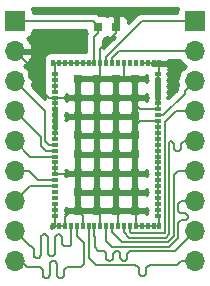
<source format=gbr>
G04 #@! TF.GenerationSoftware,KiCad,Pcbnew,(5.1.4-0)*
G04 #@! TF.CreationDate,2021-01-28T22:10:56-05:00*
G04 #@! TF.ProjectId,coral_breakout,636f7261-6c5f-4627-9265-616b6f75742e,rev?*
G04 #@! TF.SameCoordinates,Original*
G04 #@! TF.FileFunction,Copper,L1,Top*
G04 #@! TF.FilePolarity,Positive*
%FSLAX46Y46*%
G04 Gerber Fmt 4.6, Leading zero omitted, Abs format (unit mm)*
G04 Created by KiCad (PCBNEW (5.1.4-0)) date 2021-01-28 22:10:56*
%MOMM*%
%LPD*%
G04 APERTURE LIST*
%ADD10R,1.700000X1.700000*%
%ADD11O,1.700000X1.700000*%
%ADD12R,0.800000X0.800000*%
%ADD13R,0.600000X0.300000*%
%ADD14R,0.300000X0.600000*%
%ADD15R,0.800000X0.750000*%
%ADD16C,0.177800*%
%ADD17C,0.254000*%
G04 APERTURE END LIST*
D10*
X147320000Y-86360000D03*
D11*
X147320000Y-88900000D03*
X147320000Y-91440000D03*
X147320000Y-93980000D03*
X147320000Y-96520000D03*
X147320000Y-99060000D03*
X147320000Y-101600000D03*
X147320000Y-104140000D03*
X147320000Y-106680000D03*
D10*
X132080000Y-86360000D03*
D11*
X132080000Y-88900000D03*
X132080000Y-91440000D03*
X132080000Y-93980000D03*
X132080000Y-96520000D03*
X132080000Y-99060000D03*
X132080000Y-101600000D03*
X132080000Y-104140000D03*
X132080000Y-106680000D03*
D12*
X137404000Y-91224800D03*
X139004000Y-91224800D03*
X140604000Y-91224800D03*
X142204000Y-91224800D03*
X142204000Y-92824800D03*
X140604000Y-92824800D03*
X139004000Y-92824800D03*
X137404000Y-92824800D03*
X137404000Y-94424800D03*
X139004000Y-94424800D03*
X140604000Y-94424800D03*
X142204000Y-94424800D03*
X142204000Y-96024800D03*
X140604000Y-96024800D03*
X139004000Y-96024800D03*
X137404000Y-96024800D03*
X137404000Y-97624800D03*
X139004000Y-97624800D03*
X140604000Y-97624800D03*
X142204000Y-97624800D03*
X142204000Y-99224800D03*
X140604000Y-99224800D03*
X139004000Y-99224800D03*
X137404000Y-99224800D03*
X137404000Y-100824800D03*
X139004000Y-100824800D03*
X140604000Y-100824800D03*
X142204000Y-100824800D03*
X142204000Y-102424800D03*
X140604000Y-102424800D03*
X139004000Y-102424800D03*
X137404000Y-102424800D03*
D13*
X135454000Y-102824800D03*
X135454000Y-102324800D03*
X135454000Y-101824800D03*
X135454000Y-101324800D03*
X135454000Y-100824800D03*
X135454000Y-100324800D03*
X135454000Y-99824800D03*
X135454000Y-99324800D03*
X135454000Y-98824800D03*
X135454000Y-98324800D03*
X135454000Y-97824800D03*
X135454000Y-97324800D03*
X135454000Y-96824800D03*
X135454000Y-96324800D03*
X135454000Y-95824800D03*
X135454000Y-95324800D03*
X135454000Y-94824800D03*
X135454000Y-94324800D03*
X135454000Y-93824800D03*
X135454000Y-93324800D03*
X135454000Y-92824800D03*
X135454000Y-92324800D03*
X135454000Y-91824800D03*
X135454000Y-91324800D03*
X135454000Y-90824800D03*
D14*
X135304000Y-89924800D03*
X135804000Y-89924800D03*
X136304000Y-89924800D03*
X136804000Y-89924800D03*
X137304000Y-89924800D03*
X137804000Y-89924800D03*
X138304000Y-89924800D03*
X138804000Y-89924800D03*
X139304000Y-89924800D03*
X139804000Y-89924800D03*
X140304000Y-89924800D03*
X140804000Y-89924800D03*
X141304000Y-89924800D03*
X141804000Y-89924800D03*
X142304000Y-89924800D03*
X142804000Y-89924800D03*
X143304000Y-89924800D03*
X143804000Y-89924800D03*
X144304000Y-89924800D03*
D13*
X144154000Y-90824800D03*
X144154000Y-91324800D03*
X144154000Y-91824800D03*
X144154000Y-92324800D03*
X144154000Y-92824800D03*
X144154000Y-93324800D03*
X144154000Y-93824800D03*
X144154000Y-94324800D03*
X144154000Y-94824800D03*
X144154000Y-95324800D03*
X144154000Y-95824800D03*
X144154000Y-96324800D03*
X144154000Y-96824800D03*
X144154000Y-97324800D03*
X144154000Y-97824800D03*
X144154000Y-98324800D03*
X144154000Y-98824800D03*
X144154000Y-99324800D03*
X144154000Y-99824800D03*
X144154000Y-100324800D03*
X144154000Y-100824800D03*
X144154000Y-101324800D03*
X144154000Y-101824800D03*
X144154000Y-102324800D03*
X144154000Y-102824800D03*
D14*
X144304000Y-103724800D03*
X143804000Y-103724800D03*
X143304000Y-103724800D03*
X142804000Y-103724800D03*
X142304000Y-103724800D03*
X141804000Y-103724800D03*
X141304000Y-103724800D03*
X140804000Y-103724800D03*
X140304000Y-103724800D03*
X139804000Y-103724800D03*
X139304000Y-103724800D03*
X138804000Y-103724800D03*
X138304000Y-103724800D03*
X137804000Y-103724800D03*
X137304000Y-103724800D03*
X136804000Y-103724800D03*
X136304000Y-103724800D03*
X135804000Y-103724800D03*
X135304000Y-103724800D03*
D15*
X140627800Y-86817200D03*
X139127800Y-86817200D03*
D16*
X140804000Y-102624800D02*
X140604000Y-102424800D01*
X140804000Y-103724800D02*
X140804000Y-102624800D01*
X139304000Y-102724800D02*
X139004000Y-102424800D01*
X139304000Y-103724800D02*
X139304000Y-102724800D01*
X137804000Y-102824800D02*
X137404000Y-102424800D01*
X137804000Y-103724800D02*
X137804000Y-102824800D01*
X135454000Y-101824800D02*
X135454000Y-102824800D01*
X135454000Y-103574800D02*
X135304000Y-103724800D01*
X135454000Y-102824800D02*
X135454000Y-103574800D01*
X135304000Y-103724800D02*
X136304000Y-103724800D01*
X136826200Y-102424800D02*
X137404000Y-102424800D01*
X136304000Y-102947000D02*
X136826200Y-102424800D01*
X136304000Y-103724800D02*
X136304000Y-102947000D01*
X139004000Y-102424800D02*
X137404000Y-102424800D01*
X140604000Y-102424800D02*
X139004000Y-102424800D01*
X142204000Y-102424800D02*
X140604000Y-102424800D01*
X142304000Y-102524800D02*
X142304000Y-103724800D01*
X142204000Y-102424800D02*
X142304000Y-102524800D01*
X142304000Y-103724800D02*
X144304000Y-103724800D01*
X144304000Y-102974800D02*
X144154000Y-102824800D01*
X144304000Y-103724800D02*
X144304000Y-102974800D01*
X144154000Y-102824800D02*
X144154000Y-94824800D01*
X142204000Y-100824800D02*
X142204000Y-102424800D01*
X137404000Y-100824800D02*
X137404000Y-102424800D01*
X137404000Y-100824800D02*
X137404000Y-99224800D01*
X142204000Y-100824800D02*
X142204000Y-99224800D01*
X142204000Y-91224800D02*
X137404000Y-91224800D01*
X137404000Y-91224800D02*
X137404000Y-99224800D01*
X139004000Y-100824800D02*
X140604000Y-100824800D01*
X140604000Y-100824800D02*
X140604000Y-92824800D01*
X140604000Y-92824800D02*
X139004000Y-92824800D01*
X139004000Y-92824800D02*
X139004000Y-100824800D01*
X140604000Y-102424800D02*
X140604000Y-100824800D01*
X139004000Y-102424800D02*
X139004000Y-100824800D01*
X139004000Y-100824800D02*
X137404000Y-100824800D01*
X142204000Y-100824800D02*
X140604000Y-100824800D01*
X142204000Y-99224800D02*
X140604000Y-99224800D01*
X140604000Y-99224800D02*
X139004000Y-99224800D01*
X139004000Y-99224800D02*
X137404000Y-99224800D01*
X139004000Y-97624800D02*
X137404000Y-97624800D01*
X140604000Y-97624800D02*
X139004000Y-97624800D01*
X142204000Y-97624800D02*
X140604000Y-97624800D01*
X142204000Y-96024800D02*
X140604000Y-96024800D01*
X140604000Y-96024800D02*
X139004000Y-96024800D01*
X139004000Y-96024800D02*
X137404000Y-96024800D01*
X142204000Y-94424800D02*
X137404000Y-94424800D01*
X142204000Y-92824800D02*
X137404000Y-92824800D01*
X139004000Y-91224800D02*
X139004000Y-92824800D01*
X140604000Y-91224800D02*
X140604000Y-92824800D01*
X135454000Y-96324800D02*
X135454000Y-93036000D01*
X137404000Y-92824800D02*
X135454000Y-92824800D01*
X133218901Y-91067501D02*
X133218901Y-90038901D01*
X132929999Y-89749999D02*
X132080000Y-88900000D01*
X133218901Y-90038901D02*
X132929999Y-89749999D01*
X134976200Y-92824800D02*
X133218901Y-91067501D01*
X135454000Y-92824800D02*
X134976200Y-92824800D01*
X139304000Y-90924800D02*
X139004000Y-91224800D01*
X139304000Y-89924800D02*
X139304000Y-90924800D01*
X141181800Y-91224800D02*
X140604000Y-91224800D01*
X141304000Y-91102600D02*
X141181800Y-91224800D01*
X141304000Y-89924800D02*
X141304000Y-91102600D01*
X142804000Y-89924800D02*
X144304000Y-89924800D01*
X144304000Y-90674800D02*
X144154000Y-90824800D01*
X144304000Y-89924800D02*
X144304000Y-90674800D01*
X144154000Y-90824800D02*
X144154000Y-93824800D01*
X142204000Y-93402600D02*
X142204000Y-92824800D01*
X142626200Y-93824800D02*
X142204000Y-93402600D01*
X144154000Y-93824800D02*
X142626200Y-93824800D01*
X142665200Y-94824800D02*
X142204000Y-95286000D01*
X144154000Y-94824800D02*
X142665200Y-94824800D01*
X142204000Y-95286000D02*
X142204000Y-91224800D01*
X142204000Y-99224800D02*
X142204000Y-95286000D01*
X139304000Y-88693800D02*
X139304000Y-89447000D01*
X140627800Y-87370000D02*
X139304000Y-88693800D01*
X139304000Y-89447000D02*
X139304000Y-89924800D01*
X140627800Y-86817200D02*
X140627800Y-87370000D01*
X135454000Y-92824800D02*
X135454000Y-93324800D01*
X135454000Y-98324800D02*
X135454000Y-99324800D01*
X137304000Y-99324800D02*
X137404000Y-99224800D01*
X135454000Y-99324800D02*
X137304000Y-99324800D01*
X138670600Y-86360000D02*
X139127800Y-86817200D01*
X132080000Y-86360000D02*
X138670600Y-86360000D01*
X139127800Y-87370000D02*
X138804000Y-87693800D01*
X138804000Y-89447000D02*
X138804000Y-89924800D01*
X138804000Y-87693800D02*
X138804000Y-89447000D01*
X139127800Y-86817200D02*
X139127800Y-87370000D01*
X138804000Y-89924800D02*
X135304000Y-89924800D01*
X135454000Y-92324800D02*
X135454000Y-90824800D01*
X135454000Y-90074800D02*
X135304000Y-89924800D01*
X135454000Y-90824800D02*
X135454000Y-90074800D01*
X146437200Y-96520000D02*
X147320000Y-96520000D01*
X146370443Y-96527521D02*
X146437200Y-96520000D01*
X146250153Y-96585450D02*
X146307034Y-96549709D01*
X146202650Y-96632953D02*
X146250153Y-96585450D01*
X146166909Y-96689834D02*
X146202650Y-96632953D01*
X146144721Y-96753243D02*
X146166909Y-96689834D01*
X146137200Y-96820000D02*
X146144721Y-96753243D01*
X146129678Y-97116300D02*
X146137200Y-97049544D01*
X146107490Y-97179709D02*
X146129678Y-97116300D01*
X146071749Y-97236590D02*
X146107490Y-97179709D01*
X146024246Y-97284093D02*
X146071749Y-97236590D01*
X145967365Y-97319834D02*
X146024246Y-97284093D01*
X145903956Y-97342022D02*
X145967365Y-97319834D01*
X146307034Y-96549709D02*
X146370443Y-96527521D01*
X145837200Y-97349544D02*
X145903956Y-97342022D01*
X145120711Y-104412415D02*
X145120711Y-96636489D01*
X145770443Y-97342022D02*
X145837200Y-97349544D01*
X145602650Y-97236590D02*
X145650153Y-97284093D01*
X145566909Y-97179709D02*
X145602650Y-97236590D01*
X145544721Y-97116300D02*
X145566909Y-97179709D01*
X145537200Y-97049544D02*
X145544721Y-97116300D01*
X145424246Y-96585450D02*
X145471749Y-96632953D01*
X145367365Y-96549709D02*
X145424246Y-96585450D01*
X145529678Y-96753243D02*
X145537200Y-96820000D01*
X145471749Y-96632953D02*
X145507490Y-96689834D01*
X145303956Y-96527521D02*
X145367365Y-96549709D01*
X145650153Y-97284093D02*
X145707034Y-97319834D01*
X141304000Y-103724800D02*
X141304000Y-104236904D01*
X141758607Y-104691511D02*
X144841616Y-104691510D01*
X145707034Y-97319834D02*
X145770443Y-97342022D01*
X146137200Y-97049544D02*
X146137200Y-96820000D01*
X145537200Y-96820000D02*
X145537200Y-97049544D01*
X144841616Y-104691510D02*
X145120711Y-104412415D01*
X145237200Y-96520000D02*
X145303956Y-96527521D01*
X145507490Y-96689834D02*
X145529678Y-96753243D01*
X141304000Y-104236904D02*
X141758607Y-104691511D01*
X145120711Y-96636489D02*
X145237200Y-96520000D01*
X145669000Y-93980000D02*
X147320000Y-93980000D01*
X144742901Y-94906099D02*
X145669000Y-93980000D01*
X141804000Y-103724800D02*
X141804000Y-104202600D01*
X144685121Y-104313701D02*
X144742901Y-104255921D01*
X144742901Y-104255921D02*
X144742901Y-94906099D01*
X141915101Y-104313701D02*
X144685121Y-104313701D01*
X141804000Y-104202600D02*
X141915101Y-104313701D01*
X133355200Y-100324800D02*
X135454000Y-100324800D01*
X132080000Y-101600000D02*
X133355200Y-100324800D01*
X134976200Y-99824800D02*
X135454000Y-99824800D01*
X134046881Y-99824800D02*
X134976200Y-99824800D01*
X133282081Y-99060000D02*
X134046881Y-99824800D01*
X132080000Y-99060000D02*
X133282081Y-99060000D01*
X133384800Y-97824800D02*
X135454000Y-97824800D01*
X132080000Y-96520000D02*
X133384800Y-97824800D01*
X134242190Y-96904190D02*
X134662800Y-97324800D01*
X134662800Y-97324800D02*
X135454000Y-97324800D01*
X134242190Y-96142190D02*
X134242190Y-96904190D01*
X132080000Y-93980000D02*
X134242190Y-96142190D01*
X134620000Y-96520000D02*
X134924800Y-96824800D01*
X134924800Y-96824800D02*
X135454000Y-96824800D01*
X134620000Y-93980000D02*
X134620000Y-96520000D01*
X132080000Y-91440000D02*
X134620000Y-93980000D01*
X139804000Y-89447000D02*
X139804000Y-89924800D01*
X139804000Y-89412696D02*
X139804000Y-89447000D01*
X142856696Y-86360000D02*
X139804000Y-89412696D01*
X147320000Y-86360000D02*
X142856696Y-86360000D01*
X140304000Y-89447000D02*
X140304000Y-89924800D01*
X140851000Y-88900000D02*
X140304000Y-89447000D01*
X147320000Y-88900000D02*
X140851000Y-88900000D01*
X144631800Y-94324800D02*
X144154000Y-94324800D01*
X146470001Y-92486599D02*
X144631800Y-94324800D01*
X146470001Y-92289999D02*
X146470001Y-92486599D01*
X147320000Y-91440000D02*
X146470001Y-92289999D01*
X141170719Y-105069319D02*
X144998111Y-105069319D01*
X140304000Y-104202600D02*
X141170719Y-105069319D01*
X144998111Y-105069319D02*
X145498521Y-104568909D01*
X140304000Y-103724800D02*
X140304000Y-104202600D01*
X145498521Y-104568909D02*
X145498521Y-99408279D01*
X145846800Y-99060000D02*
X147320000Y-99060000D01*
X145498521Y-99408279D02*
X145846800Y-99060000D01*
X140270528Y-105447128D02*
X139804000Y-104980600D01*
X145154606Y-105447128D02*
X140270528Y-105447128D01*
X145883853Y-103448574D02*
X145876331Y-103515331D01*
X145941782Y-103328284D02*
X145906041Y-103385165D01*
X145906041Y-103385165D02*
X145883853Y-103448574D01*
X146109575Y-103222852D02*
X146046166Y-103245040D01*
X146176331Y-103215331D02*
X146109575Y-103222852D01*
X146394642Y-103215331D02*
X146176331Y-103215331D01*
X146581689Y-103149880D02*
X146524808Y-103185621D01*
X146664933Y-103045496D02*
X146629192Y-103102377D01*
X146687121Y-102982087D02*
X146664933Y-103045496D01*
X146046166Y-102585621D02*
X146109575Y-102607809D01*
X146687121Y-102848574D02*
X146694642Y-102915331D01*
X146581689Y-102680781D02*
X146629192Y-102728284D01*
X146629192Y-103102377D02*
X146581689Y-103149880D01*
X146629192Y-102728284D02*
X146664933Y-102785165D01*
X146461399Y-102622852D02*
X146524808Y-102645040D01*
X146176331Y-102615331D02*
X146394642Y-102615331D01*
X145989285Y-102549880D02*
X146046166Y-102585621D01*
X145876331Y-103515331D02*
X145876331Y-104725403D01*
X146694642Y-102915331D02*
X146687121Y-102982087D01*
X145941782Y-102502377D02*
X145989285Y-102549880D01*
X146394642Y-102615331D02*
X146461399Y-102622852D01*
X145906041Y-102445496D02*
X145941782Y-102502377D01*
X139804000Y-104980600D02*
X139804000Y-103724800D01*
X145876331Y-102315331D02*
X145883853Y-102382087D01*
X145883853Y-102382087D02*
X145906041Y-102445496D01*
X146664933Y-102785165D02*
X146687121Y-102848574D01*
X146524808Y-103185621D02*
X146461399Y-103207809D01*
X145876331Y-101841588D02*
X145876331Y-102315331D01*
X146524808Y-102645040D02*
X146581689Y-102680781D01*
X145876331Y-104725403D02*
X145154606Y-105447128D01*
X146046166Y-103245040D02*
X145989285Y-103280781D01*
X147320000Y-101600000D02*
X146117919Y-101600000D01*
X145989285Y-103280781D02*
X145941782Y-103328284D01*
X146461399Y-103207809D02*
X146394642Y-103215331D01*
X146109575Y-102607809D02*
X146176331Y-102615331D01*
X146117919Y-101600000D02*
X145876331Y-101841588D01*
X145635062Y-105824938D02*
X146470001Y-104989999D01*
X141888262Y-105824938D02*
X145635062Y-105824938D01*
X141821505Y-105832459D02*
X141888262Y-105824938D01*
X141758096Y-105854647D02*
X141821505Y-105832459D01*
X141617971Y-105994772D02*
X141653712Y-105937891D01*
X141595783Y-106058181D02*
X141617971Y-105994772D01*
X141588262Y-106344214D02*
X141588262Y-106124938D01*
X141701215Y-105890388D02*
X141758096Y-105854647D01*
X141580740Y-106410970D02*
X141588262Y-106344214D01*
X146470001Y-104989999D02*
X147320000Y-104140000D01*
X141558552Y-106474379D02*
X141580740Y-106410970D01*
X141418427Y-106614504D02*
X141475308Y-106578763D01*
X141101215Y-106578763D02*
X141158096Y-106614504D01*
X140995783Y-106410970D02*
X141017971Y-106474379D01*
X138804000Y-104514904D02*
X138811000Y-104521904D01*
X140988262Y-106344214D02*
X140995783Y-106410970D01*
X141475308Y-106578763D02*
X141522811Y-106531260D01*
X140922811Y-105937891D02*
X140958552Y-105994772D01*
X140275308Y-106578763D02*
X140322811Y-106531260D01*
X140818427Y-105854647D02*
X140875308Y-105890388D01*
X140755018Y-105832459D02*
X140818427Y-105854647D01*
X140988262Y-106124938D02*
X140988262Y-106344214D01*
X141158096Y-106614504D02*
X141221505Y-106636692D01*
X139675308Y-105890388D02*
X139722811Y-105937891D01*
X140621505Y-105832459D02*
X140688262Y-105824938D01*
X140501215Y-105890388D02*
X140558096Y-105854647D01*
X141522811Y-106531260D02*
X141558552Y-106474379D01*
X140453712Y-105937891D02*
X140501215Y-105890388D01*
X139124338Y-105824938D02*
X139488262Y-105824938D01*
X140358552Y-106474379D02*
X140380740Y-106410970D01*
X140395783Y-106058181D02*
X140417971Y-105994772D01*
X140388262Y-106124938D02*
X140395783Y-106058181D01*
X140558096Y-105854647D02*
X140621505Y-105832459D01*
X140388262Y-106344214D02*
X140388262Y-106124938D01*
X139795783Y-106410970D02*
X139817971Y-106474379D01*
X140380740Y-106410970D02*
X140388262Y-106344214D01*
X140322811Y-106531260D02*
X140358552Y-106474379D01*
X140417971Y-105994772D02*
X140453712Y-105937891D01*
X141355018Y-106636692D02*
X141418427Y-106614504D01*
X141053712Y-106531260D02*
X141101215Y-106578763D01*
X139817971Y-106474379D02*
X139853712Y-106531260D01*
X139788262Y-106344214D02*
X139795783Y-106410970D01*
X140088262Y-106644214D02*
X140155018Y-106636692D01*
X138804000Y-103724800D02*
X138804000Y-104514904D01*
X140155018Y-106636692D02*
X140218427Y-106614504D01*
X139958096Y-106614504D02*
X140021505Y-106636692D01*
X141288262Y-106644214D02*
X141355018Y-106636692D01*
X139901215Y-106578763D02*
X139958096Y-106614504D01*
X141653712Y-105937891D02*
X141701215Y-105890388D01*
X139853712Y-106531260D02*
X139901215Y-106578763D01*
X139780740Y-106058181D02*
X139788262Y-106124938D01*
X141017971Y-106474379D02*
X141053712Y-106531260D01*
X140875308Y-105890388D02*
X140922811Y-105937891D01*
X141588262Y-106124938D02*
X141595783Y-106058181D01*
X140021505Y-106636692D02*
X140088262Y-106644214D01*
X139758552Y-105994772D02*
X139780740Y-106058181D01*
X139555018Y-105832459D02*
X139618427Y-105854647D01*
X139488262Y-105824938D02*
X139555018Y-105832459D01*
X139722811Y-105937891D02*
X139758552Y-105994772D01*
X140218427Y-106614504D02*
X140275308Y-106578763D01*
X139618427Y-105854647D02*
X139675308Y-105890388D01*
X138811000Y-104521904D02*
X138811000Y-105511600D01*
X141221505Y-106636692D02*
X141288262Y-106644214D01*
X140980740Y-106058181D02*
X140988262Y-106124938D01*
X139788262Y-106124938D02*
X139788262Y-106344214D01*
X138811000Y-105511600D02*
X139124338Y-105824938D01*
X140958552Y-105994772D02*
X140980740Y-106058181D01*
X140688262Y-105824938D02*
X140755018Y-105832459D01*
X143456013Y-107044987D02*
X145752932Y-107044987D01*
X143389256Y-107052508D02*
X143456013Y-107044987D01*
X143268966Y-107110437D02*
X143325847Y-107074696D01*
X143221463Y-107157940D02*
X143268966Y-107110437D01*
X143185722Y-107214821D02*
X143221463Y-107157940D01*
X143163534Y-107278230D02*
X143185722Y-107214821D01*
X143126303Y-107762160D02*
X143148491Y-107698751D01*
X142322769Y-107052508D02*
X142386178Y-107074696D01*
X142668966Y-107866544D02*
X142725847Y-107902285D01*
X143090562Y-107819041D02*
X143126303Y-107762160D01*
X142922769Y-107924473D02*
X142986178Y-107902285D01*
X142556013Y-107344987D02*
X142556013Y-107631995D01*
X142856013Y-107931995D02*
X142922769Y-107924473D01*
X143043059Y-107866544D02*
X143090562Y-107819041D01*
X142621463Y-107819041D02*
X142668966Y-107866544D01*
X142585722Y-107762160D02*
X142621463Y-107819041D01*
X142986178Y-107902285D02*
X143043059Y-107866544D01*
X142563534Y-107698751D02*
X142585722Y-107762160D01*
X142443059Y-107110437D02*
X142490562Y-107157940D01*
X145752932Y-107044987D02*
X146117919Y-106680000D01*
X142526303Y-107214821D02*
X142548491Y-107278230D01*
X143156013Y-107631995D02*
X143156013Y-107344987D01*
X142789256Y-107924473D02*
X142856013Y-107931995D01*
X142386178Y-107074696D02*
X142443059Y-107110437D01*
X142556013Y-107631995D02*
X142563534Y-107698751D01*
X138304000Y-106401600D02*
X138947387Y-107044987D01*
X142256013Y-107044987D02*
X142322769Y-107052508D01*
X142548491Y-107278230D02*
X142556013Y-107344987D01*
X138947387Y-107044987D02*
X142256013Y-107044987D01*
X143148491Y-107698751D02*
X143156013Y-107631995D01*
X142490562Y-107157940D02*
X142526303Y-107214821D01*
X146117919Y-106680000D02*
X147320000Y-106680000D01*
X143156013Y-107344987D02*
X143163534Y-107278230D01*
X142725847Y-107902285D02*
X142789256Y-107924473D01*
X143325847Y-107074696D02*
X143389256Y-107052508D01*
X138304000Y-103724800D02*
X138304000Y-106401600D01*
X137304000Y-104538000D02*
X137304000Y-103724800D01*
X137668000Y-107188000D02*
X137922000Y-106934000D01*
X136512000Y-107188000D02*
X137668000Y-107188000D01*
X136445243Y-107195521D02*
X136512000Y-107188000D01*
X136381834Y-107217709D02*
X136445243Y-107195521D01*
X136219521Y-107421243D02*
X136241709Y-107357834D01*
X136241709Y-107357834D02*
X136277450Y-107300953D01*
X136212000Y-107488000D02*
X136219521Y-107421243D01*
X136324953Y-107253450D02*
X136381834Y-107217709D01*
X136204478Y-107881268D02*
X136212000Y-107814512D01*
X136182290Y-107944677D02*
X136204478Y-107881268D01*
X136146549Y-108001558D02*
X136182290Y-107944677D01*
X135978756Y-108106990D02*
X136042165Y-108084802D01*
X135111118Y-106718923D02*
X135161033Y-106687559D01*
X135677450Y-108001558D02*
X135724953Y-108049061D01*
X135619521Y-107881268D02*
X135641709Y-107944677D01*
X135641709Y-107944677D02*
X135677450Y-108001558D01*
X135605399Y-106866165D02*
X135612000Y-106924744D01*
X134112000Y-107188000D02*
X134178756Y-107195521D01*
X135554565Y-106760607D02*
X135585929Y-106810522D01*
X135912000Y-108114512D02*
X135978756Y-108106990D01*
X134404478Y-107421243D02*
X134412000Y-107488000D01*
X135512881Y-106718923D02*
X135554565Y-106760607D01*
X137922000Y-105156000D02*
X137304000Y-104538000D01*
X135612000Y-106924744D02*
X135612000Y-107814512D01*
X134382290Y-107357834D02*
X134404478Y-107421243D01*
X135462966Y-106687559D02*
X135512881Y-106718923D01*
X135845243Y-108106990D02*
X135912000Y-108114512D01*
X135348744Y-106661488D02*
X135407323Y-106668089D01*
X135161033Y-106687559D02*
X135216676Y-106668089D01*
X135038070Y-106810522D02*
X135069434Y-106760607D01*
X135012000Y-106924744D02*
X135018600Y-106866165D01*
X134178756Y-107195521D02*
X134242165Y-107217709D01*
X134778756Y-108106990D02*
X134842165Y-108084802D01*
X134419521Y-107881268D02*
X134441709Y-107944677D01*
X135612000Y-107814512D02*
X135619521Y-107881268D01*
X134477450Y-108001558D02*
X134524953Y-108049061D01*
X134645243Y-108106990D02*
X134712000Y-108114512D01*
X135275256Y-106661488D02*
X135348744Y-106661488D01*
X135585929Y-106810522D02*
X135605399Y-106866165D01*
X137922000Y-106934000D02*
X137922000Y-105156000D01*
X135018600Y-106866165D02*
X135038070Y-106810522D01*
X134299046Y-107253450D02*
X134346549Y-107300953D01*
X134441709Y-107944677D02*
X134477450Y-108001558D01*
X135407323Y-106668089D02*
X135462966Y-106687559D01*
X135012000Y-107814512D02*
X135012000Y-106924744D01*
X136212000Y-107814512D02*
X136212000Y-107488000D01*
X134842165Y-108084802D02*
X134899046Y-108049061D01*
X135781834Y-108084802D02*
X135845243Y-108106990D01*
X134899046Y-108049061D02*
X134946549Y-108001558D01*
X134412000Y-107814512D02*
X134419521Y-107881268D01*
X136042165Y-108084802D02*
X136099046Y-108049061D01*
X134412000Y-107488000D02*
X134412000Y-107814512D01*
X136277450Y-107300953D02*
X136324953Y-107253450D01*
X135724953Y-108049061D02*
X135781834Y-108084802D01*
X134712000Y-108114512D02*
X134778756Y-108106990D01*
X134946549Y-108001558D02*
X134982290Y-107944677D01*
X134581834Y-108084802D02*
X134645243Y-108106990D01*
X134242165Y-107217709D02*
X134299046Y-107253450D01*
X134982290Y-107944677D02*
X135004478Y-107881268D01*
X135004478Y-107881268D02*
X135012000Y-107814512D01*
X135216676Y-106668089D02*
X135275256Y-106661488D01*
X135069434Y-106760607D02*
X135111118Y-106718923D01*
X136099046Y-108049061D02*
X136146549Y-108001558D01*
X132080000Y-106680000D02*
X132588000Y-106680000D01*
X133096000Y-107188000D02*
X134112000Y-107188000D01*
X134346549Y-107300953D02*
X134382290Y-107357834D01*
X134524953Y-108049061D02*
X134581834Y-108084802D01*
X132588000Y-106680000D02*
X133096000Y-107188000D01*
X132080000Y-104140000D02*
X132791200Y-104140000D01*
X136804000Y-104202600D02*
X136804000Y-103724800D01*
X136702800Y-105410000D02*
X136804400Y-105308400D01*
X136162953Y-105344550D02*
X136219834Y-105380291D01*
X136115450Y-105297047D02*
X136162953Y-105344550D01*
X136057521Y-105176757D02*
X136079709Y-105240166D01*
X136042478Y-104643244D02*
X136050000Y-104710000D01*
X136020290Y-104579835D02*
X136042478Y-104643244D01*
X135880165Y-104439710D02*
X135937046Y-104475451D01*
X135750000Y-104410000D02*
X135816756Y-104417522D01*
X135683243Y-104417522D02*
X135750000Y-104410000D01*
X136283243Y-105402479D02*
X136350000Y-105410000D01*
X135562953Y-104475451D02*
X135619834Y-104439710D01*
X135984549Y-104522954D02*
X136020290Y-104579835D01*
X135515450Y-104522954D02*
X135562953Y-104475451D01*
X135479709Y-104579835D02*
X135515450Y-104522954D01*
X136079709Y-105240166D02*
X136115450Y-105297047D01*
X135457521Y-104643244D02*
X135479709Y-104579835D01*
X136350000Y-105410000D02*
X136702800Y-105410000D01*
X135450000Y-104710000D02*
X135457521Y-104643244D01*
X135450000Y-105960000D02*
X135450000Y-104710000D01*
X135420290Y-106090165D02*
X135442478Y-106026756D01*
X135384549Y-106147046D02*
X135420290Y-106090165D01*
X136219834Y-105380291D02*
X136283243Y-105402479D01*
X135337046Y-106194549D02*
X135384549Y-106147046D01*
X134962953Y-106194549D02*
X135019834Y-106230290D01*
X134279709Y-104579835D02*
X134315450Y-104522954D01*
X134850000Y-104710000D02*
X134850000Y-105960000D01*
X134842478Y-104643244D02*
X134850000Y-104710000D01*
X134680165Y-104439710D02*
X134737046Y-104475451D01*
X134820290Y-104579835D02*
X134842478Y-104643244D01*
X134784549Y-104522954D02*
X134820290Y-104579835D01*
X134616756Y-104417522D02*
X134680165Y-104439710D01*
X134737046Y-104475451D02*
X134784549Y-104522954D01*
X134550000Y-104410000D02*
X134616756Y-104417522D01*
X136804400Y-105308400D02*
X136804400Y-104203000D01*
X133416756Y-105417521D02*
X133480165Y-105439709D01*
X135083243Y-106252478D02*
X135150000Y-106260000D01*
X135280165Y-106230290D02*
X135337046Y-106194549D01*
X134362953Y-104475451D02*
X134419834Y-104439710D01*
X134250000Y-106110000D02*
X134250000Y-104710000D01*
X134483243Y-104417522D02*
X134550000Y-104410000D01*
X133819834Y-106380290D02*
X133883243Y-106402478D01*
X134419834Y-104439710D02*
X134483243Y-104417522D01*
X134257521Y-104643244D02*
X134279709Y-104579835D01*
X134242478Y-106176756D02*
X134250000Y-106110000D01*
X135150000Y-106260000D02*
X135216756Y-106252478D01*
X133679709Y-106240165D02*
X133715450Y-106297046D01*
X135937046Y-104475451D02*
X135984549Y-104522954D01*
X135816756Y-104417522D02*
X135880165Y-104439710D01*
X135619834Y-104439710D02*
X135683243Y-104417522D01*
X134915450Y-106147046D02*
X134962953Y-106194549D01*
X134080165Y-106380290D02*
X134137046Y-106344549D01*
X133950000Y-106410000D02*
X134016756Y-106402478D01*
X133883243Y-106402478D02*
X133950000Y-106410000D01*
X134016756Y-106402478D02*
X134080165Y-106380290D01*
X133715450Y-106297046D02*
X133762953Y-106344549D01*
X133620290Y-105579834D02*
X133642478Y-105643243D01*
X133584549Y-105522953D02*
X133620290Y-105579834D01*
X133650000Y-105710000D02*
X133650000Y-106110000D01*
X133657521Y-106176756D02*
X133679709Y-106240165D01*
X133650000Y-106110000D02*
X133657521Y-106176756D01*
X134137046Y-106344549D02*
X134184549Y-106297046D01*
X134220290Y-106240165D02*
X134242478Y-106176756D01*
X136804400Y-104203000D02*
X136804000Y-104202600D01*
X135216756Y-106252478D02*
X135280165Y-106230290D01*
X134850000Y-105960000D02*
X134857521Y-106026756D01*
X134184549Y-106297046D02*
X134220290Y-106240165D01*
X134879709Y-106090165D02*
X134915450Y-106147046D01*
X133537046Y-105475450D02*
X133584549Y-105522953D01*
X136050000Y-105110000D02*
X136057521Y-105176757D01*
X136050000Y-104710000D02*
X136050000Y-105110000D01*
X133642478Y-105643243D02*
X133650000Y-105710000D01*
X133480165Y-105439709D02*
X133537046Y-105475450D01*
X133762953Y-106344549D02*
X133819834Y-106380290D01*
X134857521Y-106026756D02*
X134879709Y-106090165D01*
X134250000Y-104710000D02*
X134257521Y-104643244D01*
X134315450Y-104522954D02*
X134362953Y-104475451D01*
X132080000Y-104140000D02*
X133350000Y-105410000D01*
X135019834Y-106230290D02*
X135083243Y-106252478D01*
X135442478Y-106026756D02*
X135450000Y-105960000D01*
X133350000Y-105410000D02*
X133416756Y-105417521D01*
D17*
G36*
X135451000Y-103729360D02*
G01*
X135420190Y-103742631D01*
X135404707Y-103748049D01*
X135360425Y-103760137D01*
X135305700Y-103787443D01*
X135250258Y-103813191D01*
X135213206Y-103840270D01*
X135199302Y-103849006D01*
X135194076Y-103851800D01*
X135157000Y-103851800D01*
X135157000Y-103609231D01*
X135168250Y-103609800D01*
X135180250Y-103597800D01*
X135451000Y-103597800D01*
X135451000Y-103729360D01*
X135451000Y-103729360D01*
G37*
X135451000Y-103729360D02*
X135420190Y-103742631D01*
X135404707Y-103748049D01*
X135360425Y-103760137D01*
X135305700Y-103787443D01*
X135250258Y-103813191D01*
X135213206Y-103840270D01*
X135199302Y-103849006D01*
X135194076Y-103851800D01*
X135157000Y-103851800D01*
X135157000Y-103609231D01*
X135168250Y-103609800D01*
X135180250Y-103597800D01*
X135451000Y-103597800D01*
X135451000Y-103729360D01*
G36*
X143251601Y-90973949D02*
G01*
X143219000Y-91006550D01*
X143226902Y-91074800D01*
X143219000Y-91143050D01*
X143251601Y-91175651D01*
X143270968Y-91234049D01*
X143322517Y-91324800D01*
X143270968Y-91415551D01*
X143251601Y-91473949D01*
X143227000Y-91498550D01*
X143080250Y-91351800D01*
X142331000Y-91351800D01*
X142331000Y-92697800D01*
X143080250Y-92697800D01*
X143224448Y-92553602D01*
X143226902Y-92574800D01*
X143219000Y-92643050D01*
X143251601Y-92675651D01*
X143270968Y-92734049D01*
X143322517Y-92824800D01*
X143270968Y-92915551D01*
X143251601Y-92973949D01*
X143219000Y-93006550D01*
X143226902Y-93074800D01*
X143224448Y-93095998D01*
X143080250Y-92951800D01*
X142331000Y-92951800D01*
X142331000Y-94297800D01*
X142351000Y-94297800D01*
X142351000Y-94551800D01*
X142331000Y-94551800D01*
X142331000Y-95897800D01*
X142351000Y-95897800D01*
X142351000Y-96151800D01*
X142331000Y-96151800D01*
X142331000Y-97497800D01*
X142351000Y-97497800D01*
X142351000Y-97751800D01*
X142331000Y-97751800D01*
X142331000Y-99097800D01*
X143080250Y-99097800D01*
X143226248Y-98951802D01*
X143258946Y-98951802D01*
X143251601Y-98973949D01*
X143219000Y-99006550D01*
X143226902Y-99074800D01*
X143219000Y-99143050D01*
X143251601Y-99175651D01*
X143270968Y-99234049D01*
X143322517Y-99324800D01*
X143270968Y-99415551D01*
X143251601Y-99473949D01*
X143227000Y-99498550D01*
X143080250Y-99351800D01*
X142331000Y-99351800D01*
X142331000Y-100697800D01*
X143080250Y-100697800D01*
X143224448Y-100553602D01*
X143226902Y-100574800D01*
X143219000Y-100643050D01*
X143251601Y-100675651D01*
X143270968Y-100734049D01*
X143322517Y-100824800D01*
X143270968Y-100915551D01*
X143251601Y-100973949D01*
X143219000Y-101006550D01*
X143226902Y-101074800D01*
X143224448Y-101095998D01*
X143080250Y-100951800D01*
X142331000Y-100951800D01*
X142331000Y-102297800D01*
X143080250Y-102297800D01*
X143227000Y-102151050D01*
X143251601Y-102175651D01*
X143270968Y-102234049D01*
X143322517Y-102324800D01*
X143270968Y-102415551D01*
X143251601Y-102473949D01*
X143219000Y-102506550D01*
X143226902Y-102574800D01*
X143219000Y-102643050D01*
X143251601Y-102675651D01*
X143258946Y-102697798D01*
X143226248Y-102697798D01*
X143080250Y-102551800D01*
X142331000Y-102551800D01*
X142331000Y-102571800D01*
X142077000Y-102571800D01*
X142077000Y-102551800D01*
X140731000Y-102551800D01*
X140731000Y-102571800D01*
X140477000Y-102571800D01*
X140477000Y-102551800D01*
X139131000Y-102551800D01*
X139131000Y-102571800D01*
X138877000Y-102571800D01*
X138877000Y-102551800D01*
X137531000Y-102551800D01*
X137531000Y-102571800D01*
X137277000Y-102571800D01*
X137277000Y-102551800D01*
X136527750Y-102551800D01*
X136381752Y-102697798D01*
X136349054Y-102697798D01*
X136356399Y-102675651D01*
X136389000Y-102643050D01*
X136381098Y-102574800D01*
X136389000Y-102506550D01*
X136356399Y-102473949D01*
X136337032Y-102415551D01*
X136285483Y-102324800D01*
X136337032Y-102234049D01*
X136356399Y-102175651D01*
X136381000Y-102151050D01*
X136527750Y-102297800D01*
X137277000Y-102297800D01*
X137277000Y-100951800D01*
X137531000Y-100951800D01*
X137531000Y-102297800D01*
X138877000Y-102297800D01*
X138877000Y-100951800D01*
X139131000Y-100951800D01*
X139131000Y-102297800D01*
X140477000Y-102297800D01*
X140477000Y-100951800D01*
X140731000Y-100951800D01*
X140731000Y-102297800D01*
X142077000Y-102297800D01*
X142077000Y-100951800D01*
X140731000Y-100951800D01*
X140477000Y-100951800D01*
X139131000Y-100951800D01*
X138877000Y-100951800D01*
X137531000Y-100951800D01*
X137277000Y-100951800D01*
X137257000Y-100951800D01*
X137257000Y-100697800D01*
X137277000Y-100697800D01*
X137277000Y-99351800D01*
X137531000Y-99351800D01*
X137531000Y-100697800D01*
X138877000Y-100697800D01*
X138877000Y-99351800D01*
X139131000Y-99351800D01*
X139131000Y-100697800D01*
X140477000Y-100697800D01*
X140477000Y-99351800D01*
X140731000Y-99351800D01*
X140731000Y-100697800D01*
X142077000Y-100697800D01*
X142077000Y-99351800D01*
X140731000Y-99351800D01*
X140477000Y-99351800D01*
X139131000Y-99351800D01*
X138877000Y-99351800D01*
X137531000Y-99351800D01*
X137277000Y-99351800D01*
X136527750Y-99351800D01*
X136381000Y-99498550D01*
X136356753Y-99474303D01*
X136343502Y-99430620D01*
X136286233Y-99323480D01*
X136337032Y-99234049D01*
X136356399Y-99175651D01*
X136389000Y-99143050D01*
X136381098Y-99074800D01*
X136389000Y-99006550D01*
X136356399Y-98973949D01*
X136349054Y-98951802D01*
X136381752Y-98951802D01*
X136527750Y-99097800D01*
X137277000Y-99097800D01*
X137277000Y-97751800D01*
X137531000Y-97751800D01*
X137531000Y-99097800D01*
X138877000Y-99097800D01*
X138877000Y-97751800D01*
X139131000Y-97751800D01*
X139131000Y-99097800D01*
X140477000Y-99097800D01*
X140477000Y-97751800D01*
X140731000Y-97751800D01*
X140731000Y-99097800D01*
X142077000Y-99097800D01*
X142077000Y-97751800D01*
X140731000Y-97751800D01*
X140477000Y-97751800D01*
X139131000Y-97751800D01*
X138877000Y-97751800D01*
X137531000Y-97751800D01*
X137277000Y-97751800D01*
X137257000Y-97751800D01*
X137257000Y-97497800D01*
X137277000Y-97497800D01*
X137277000Y-96151800D01*
X137531000Y-96151800D01*
X137531000Y-97497800D01*
X138877000Y-97497800D01*
X138877000Y-96151800D01*
X139131000Y-96151800D01*
X139131000Y-97497800D01*
X140477000Y-97497800D01*
X140477000Y-96151800D01*
X140731000Y-96151800D01*
X140731000Y-97497800D01*
X142077000Y-97497800D01*
X142077000Y-96151800D01*
X140731000Y-96151800D01*
X140477000Y-96151800D01*
X139131000Y-96151800D01*
X138877000Y-96151800D01*
X137531000Y-96151800D01*
X137277000Y-96151800D01*
X137257000Y-96151800D01*
X137257000Y-95897800D01*
X137277000Y-95897800D01*
X137277000Y-94551800D01*
X137531000Y-94551800D01*
X137531000Y-95897800D01*
X138877000Y-95897800D01*
X138877000Y-94551800D01*
X139131000Y-94551800D01*
X139131000Y-95897800D01*
X140477000Y-95897800D01*
X140477000Y-94551800D01*
X140731000Y-94551800D01*
X140731000Y-95897800D01*
X142077000Y-95897800D01*
X142077000Y-94551800D01*
X140731000Y-94551800D01*
X140477000Y-94551800D01*
X139131000Y-94551800D01*
X138877000Y-94551800D01*
X137531000Y-94551800D01*
X137277000Y-94551800D01*
X136527750Y-94551800D01*
X136381752Y-94697798D01*
X136349054Y-94697798D01*
X136356399Y-94675651D01*
X136389000Y-94643050D01*
X136381098Y-94574800D01*
X136389000Y-94506550D01*
X136356399Y-94473949D01*
X136337032Y-94415551D01*
X136285483Y-94324800D01*
X136337032Y-94234049D01*
X136356399Y-94175651D01*
X136381000Y-94151050D01*
X136527750Y-94297800D01*
X137277000Y-94297800D01*
X137277000Y-92951800D01*
X137531000Y-92951800D01*
X137531000Y-94297800D01*
X138877000Y-94297800D01*
X138877000Y-92951800D01*
X139131000Y-92951800D01*
X139131000Y-94297800D01*
X140477000Y-94297800D01*
X140477000Y-92951800D01*
X140731000Y-92951800D01*
X140731000Y-94297800D01*
X142077000Y-94297800D01*
X142077000Y-92951800D01*
X140731000Y-92951800D01*
X140477000Y-92951800D01*
X139131000Y-92951800D01*
X138877000Y-92951800D01*
X137531000Y-92951800D01*
X137277000Y-92951800D01*
X136527750Y-92951800D01*
X136383552Y-93095998D01*
X136381098Y-93074800D01*
X136389000Y-93006550D01*
X136356399Y-92973949D01*
X136337032Y-92915551D01*
X136286233Y-92826120D01*
X136343502Y-92718980D01*
X136356753Y-92675297D01*
X136389000Y-92643050D01*
X136381706Y-92580052D01*
X136384243Y-92554293D01*
X136527750Y-92697800D01*
X137277000Y-92697800D01*
X137277000Y-91351800D01*
X137531000Y-91351800D01*
X137531000Y-92697800D01*
X138877000Y-92697800D01*
X138877000Y-91351800D01*
X139131000Y-91351800D01*
X139131000Y-92697800D01*
X140477000Y-92697800D01*
X140477000Y-91351800D01*
X140731000Y-91351800D01*
X140731000Y-92697800D01*
X142077000Y-92697800D01*
X142077000Y-91351800D01*
X140731000Y-91351800D01*
X140477000Y-91351800D01*
X139131000Y-91351800D01*
X138877000Y-91351800D01*
X137531000Y-91351800D01*
X137277000Y-91351800D01*
X137257000Y-91351800D01*
X137257000Y-91097800D01*
X137277000Y-91097800D01*
X137277000Y-91077800D01*
X137531000Y-91077800D01*
X137531000Y-91097800D01*
X138877000Y-91097800D01*
X138877000Y-91077800D01*
X139131000Y-91077800D01*
X139131000Y-91097800D01*
X140477000Y-91097800D01*
X140477000Y-91077800D01*
X140731000Y-91077800D01*
X140731000Y-91097800D01*
X142077000Y-91097800D01*
X142077000Y-91077800D01*
X142331000Y-91077800D01*
X142331000Y-91097800D01*
X143080250Y-91097800D01*
X143226248Y-90951802D01*
X143258946Y-90951802D01*
X143251601Y-90973949D01*
X143251601Y-90973949D01*
G37*
X143251601Y-90973949D02*
X143219000Y-91006550D01*
X143226902Y-91074800D01*
X143219000Y-91143050D01*
X143251601Y-91175651D01*
X143270968Y-91234049D01*
X143322517Y-91324800D01*
X143270968Y-91415551D01*
X143251601Y-91473949D01*
X143227000Y-91498550D01*
X143080250Y-91351800D01*
X142331000Y-91351800D01*
X142331000Y-92697800D01*
X143080250Y-92697800D01*
X143224448Y-92553602D01*
X143226902Y-92574800D01*
X143219000Y-92643050D01*
X143251601Y-92675651D01*
X143270968Y-92734049D01*
X143322517Y-92824800D01*
X143270968Y-92915551D01*
X143251601Y-92973949D01*
X143219000Y-93006550D01*
X143226902Y-93074800D01*
X143224448Y-93095998D01*
X143080250Y-92951800D01*
X142331000Y-92951800D01*
X142331000Y-94297800D01*
X142351000Y-94297800D01*
X142351000Y-94551800D01*
X142331000Y-94551800D01*
X142331000Y-95897800D01*
X142351000Y-95897800D01*
X142351000Y-96151800D01*
X142331000Y-96151800D01*
X142331000Y-97497800D01*
X142351000Y-97497800D01*
X142351000Y-97751800D01*
X142331000Y-97751800D01*
X142331000Y-99097800D01*
X143080250Y-99097800D01*
X143226248Y-98951802D01*
X143258946Y-98951802D01*
X143251601Y-98973949D01*
X143219000Y-99006550D01*
X143226902Y-99074800D01*
X143219000Y-99143050D01*
X143251601Y-99175651D01*
X143270968Y-99234049D01*
X143322517Y-99324800D01*
X143270968Y-99415551D01*
X143251601Y-99473949D01*
X143227000Y-99498550D01*
X143080250Y-99351800D01*
X142331000Y-99351800D01*
X142331000Y-100697800D01*
X143080250Y-100697800D01*
X143224448Y-100553602D01*
X143226902Y-100574800D01*
X143219000Y-100643050D01*
X143251601Y-100675651D01*
X143270968Y-100734049D01*
X143322517Y-100824800D01*
X143270968Y-100915551D01*
X143251601Y-100973949D01*
X143219000Y-101006550D01*
X143226902Y-101074800D01*
X143224448Y-101095998D01*
X143080250Y-100951800D01*
X142331000Y-100951800D01*
X142331000Y-102297800D01*
X143080250Y-102297800D01*
X143227000Y-102151050D01*
X143251601Y-102175651D01*
X143270968Y-102234049D01*
X143322517Y-102324800D01*
X143270968Y-102415551D01*
X143251601Y-102473949D01*
X143219000Y-102506550D01*
X143226902Y-102574800D01*
X143219000Y-102643050D01*
X143251601Y-102675651D01*
X143258946Y-102697798D01*
X143226248Y-102697798D01*
X143080250Y-102551800D01*
X142331000Y-102551800D01*
X142331000Y-102571800D01*
X142077000Y-102571800D01*
X142077000Y-102551800D01*
X140731000Y-102551800D01*
X140731000Y-102571800D01*
X140477000Y-102571800D01*
X140477000Y-102551800D01*
X139131000Y-102551800D01*
X139131000Y-102571800D01*
X138877000Y-102571800D01*
X138877000Y-102551800D01*
X137531000Y-102551800D01*
X137531000Y-102571800D01*
X137277000Y-102571800D01*
X137277000Y-102551800D01*
X136527750Y-102551800D01*
X136381752Y-102697798D01*
X136349054Y-102697798D01*
X136356399Y-102675651D01*
X136389000Y-102643050D01*
X136381098Y-102574800D01*
X136389000Y-102506550D01*
X136356399Y-102473949D01*
X136337032Y-102415551D01*
X136285483Y-102324800D01*
X136337032Y-102234049D01*
X136356399Y-102175651D01*
X136381000Y-102151050D01*
X136527750Y-102297800D01*
X137277000Y-102297800D01*
X137277000Y-100951800D01*
X137531000Y-100951800D01*
X137531000Y-102297800D01*
X138877000Y-102297800D01*
X138877000Y-100951800D01*
X139131000Y-100951800D01*
X139131000Y-102297800D01*
X140477000Y-102297800D01*
X140477000Y-100951800D01*
X140731000Y-100951800D01*
X140731000Y-102297800D01*
X142077000Y-102297800D01*
X142077000Y-100951800D01*
X140731000Y-100951800D01*
X140477000Y-100951800D01*
X139131000Y-100951800D01*
X138877000Y-100951800D01*
X137531000Y-100951800D01*
X137277000Y-100951800D01*
X137257000Y-100951800D01*
X137257000Y-100697800D01*
X137277000Y-100697800D01*
X137277000Y-99351800D01*
X137531000Y-99351800D01*
X137531000Y-100697800D01*
X138877000Y-100697800D01*
X138877000Y-99351800D01*
X139131000Y-99351800D01*
X139131000Y-100697800D01*
X140477000Y-100697800D01*
X140477000Y-99351800D01*
X140731000Y-99351800D01*
X140731000Y-100697800D01*
X142077000Y-100697800D01*
X142077000Y-99351800D01*
X140731000Y-99351800D01*
X140477000Y-99351800D01*
X139131000Y-99351800D01*
X138877000Y-99351800D01*
X137531000Y-99351800D01*
X137277000Y-99351800D01*
X136527750Y-99351800D01*
X136381000Y-99498550D01*
X136356753Y-99474303D01*
X136343502Y-99430620D01*
X136286233Y-99323480D01*
X136337032Y-99234049D01*
X136356399Y-99175651D01*
X136389000Y-99143050D01*
X136381098Y-99074800D01*
X136389000Y-99006550D01*
X136356399Y-98973949D01*
X136349054Y-98951802D01*
X136381752Y-98951802D01*
X136527750Y-99097800D01*
X137277000Y-99097800D01*
X137277000Y-97751800D01*
X137531000Y-97751800D01*
X137531000Y-99097800D01*
X138877000Y-99097800D01*
X138877000Y-97751800D01*
X139131000Y-97751800D01*
X139131000Y-99097800D01*
X140477000Y-99097800D01*
X140477000Y-97751800D01*
X140731000Y-97751800D01*
X140731000Y-99097800D01*
X142077000Y-99097800D01*
X142077000Y-97751800D01*
X140731000Y-97751800D01*
X140477000Y-97751800D01*
X139131000Y-97751800D01*
X138877000Y-97751800D01*
X137531000Y-97751800D01*
X137277000Y-97751800D01*
X137257000Y-97751800D01*
X137257000Y-97497800D01*
X137277000Y-97497800D01*
X137277000Y-96151800D01*
X137531000Y-96151800D01*
X137531000Y-97497800D01*
X138877000Y-97497800D01*
X138877000Y-96151800D01*
X139131000Y-96151800D01*
X139131000Y-97497800D01*
X140477000Y-97497800D01*
X140477000Y-96151800D01*
X140731000Y-96151800D01*
X140731000Y-97497800D01*
X142077000Y-97497800D01*
X142077000Y-96151800D01*
X140731000Y-96151800D01*
X140477000Y-96151800D01*
X139131000Y-96151800D01*
X138877000Y-96151800D01*
X137531000Y-96151800D01*
X137277000Y-96151800D01*
X137257000Y-96151800D01*
X137257000Y-95897800D01*
X137277000Y-95897800D01*
X137277000Y-94551800D01*
X137531000Y-94551800D01*
X137531000Y-95897800D01*
X138877000Y-95897800D01*
X138877000Y-94551800D01*
X139131000Y-94551800D01*
X139131000Y-95897800D01*
X140477000Y-95897800D01*
X140477000Y-94551800D01*
X140731000Y-94551800D01*
X140731000Y-95897800D01*
X142077000Y-95897800D01*
X142077000Y-94551800D01*
X140731000Y-94551800D01*
X140477000Y-94551800D01*
X139131000Y-94551800D01*
X138877000Y-94551800D01*
X137531000Y-94551800D01*
X137277000Y-94551800D01*
X136527750Y-94551800D01*
X136381752Y-94697798D01*
X136349054Y-94697798D01*
X136356399Y-94675651D01*
X136389000Y-94643050D01*
X136381098Y-94574800D01*
X136389000Y-94506550D01*
X136356399Y-94473949D01*
X136337032Y-94415551D01*
X136285483Y-94324800D01*
X136337032Y-94234049D01*
X136356399Y-94175651D01*
X136381000Y-94151050D01*
X136527750Y-94297800D01*
X137277000Y-94297800D01*
X137277000Y-92951800D01*
X137531000Y-92951800D01*
X137531000Y-94297800D01*
X138877000Y-94297800D01*
X138877000Y-92951800D01*
X139131000Y-92951800D01*
X139131000Y-94297800D01*
X140477000Y-94297800D01*
X140477000Y-92951800D01*
X140731000Y-92951800D01*
X140731000Y-94297800D01*
X142077000Y-94297800D01*
X142077000Y-92951800D01*
X140731000Y-92951800D01*
X140477000Y-92951800D01*
X139131000Y-92951800D01*
X138877000Y-92951800D01*
X137531000Y-92951800D01*
X137277000Y-92951800D01*
X136527750Y-92951800D01*
X136383552Y-93095998D01*
X136381098Y-93074800D01*
X136389000Y-93006550D01*
X136356399Y-92973949D01*
X136337032Y-92915551D01*
X136286233Y-92826120D01*
X136343502Y-92718980D01*
X136356753Y-92675297D01*
X136389000Y-92643050D01*
X136381706Y-92580052D01*
X136384243Y-92554293D01*
X136527750Y-92697800D01*
X137277000Y-92697800D01*
X137277000Y-91351800D01*
X137531000Y-91351800D01*
X137531000Y-92697800D01*
X138877000Y-92697800D01*
X138877000Y-91351800D01*
X139131000Y-91351800D01*
X139131000Y-92697800D01*
X140477000Y-92697800D01*
X140477000Y-91351800D01*
X140731000Y-91351800D01*
X140731000Y-92697800D01*
X142077000Y-92697800D01*
X142077000Y-91351800D01*
X140731000Y-91351800D01*
X140477000Y-91351800D01*
X139131000Y-91351800D01*
X138877000Y-91351800D01*
X137531000Y-91351800D01*
X137277000Y-91351800D01*
X137257000Y-91351800D01*
X137257000Y-91097800D01*
X137277000Y-91097800D01*
X137277000Y-91077800D01*
X137531000Y-91077800D01*
X137531000Y-91097800D01*
X138877000Y-91097800D01*
X138877000Y-91077800D01*
X139131000Y-91077800D01*
X139131000Y-91097800D01*
X140477000Y-91097800D01*
X140477000Y-91077800D01*
X140731000Y-91077800D01*
X140731000Y-91097800D01*
X142077000Y-91097800D01*
X142077000Y-91077800D01*
X142331000Y-91077800D01*
X142331000Y-91097800D01*
X143080250Y-91097800D01*
X143226248Y-90951802D01*
X143258946Y-90951802D01*
X143251601Y-90973949D01*
G36*
X135581000Y-95471800D02*
G01*
X135343900Y-95471800D01*
X135343900Y-94015547D01*
X135347401Y-93979999D01*
X135343900Y-93944451D01*
X135343900Y-93944444D01*
X135333425Y-93838091D01*
X135327000Y-93816910D01*
X135327000Y-93677800D01*
X135581000Y-93677800D01*
X135581000Y-95471800D01*
X135581000Y-95471800D01*
G37*
X135581000Y-95471800D02*
X135343900Y-95471800D01*
X135343900Y-94015547D01*
X135347401Y-93979999D01*
X135343900Y-93944451D01*
X135343900Y-93944444D01*
X135333425Y-93838091D01*
X135327000Y-93816910D01*
X135327000Y-93677800D01*
X135581000Y-93677800D01*
X135581000Y-95471800D01*
G36*
X144281000Y-92971800D02*
G01*
X144027000Y-92971800D01*
X144027000Y-91177800D01*
X144281000Y-91177800D01*
X144281000Y-92971800D01*
X144281000Y-92971800D01*
G37*
X144281000Y-92971800D02*
X144027000Y-92971800D01*
X144027000Y-91177800D01*
X144281000Y-91177800D01*
X144281000Y-92971800D01*
G36*
X138089728Y-87192200D02*
G01*
X138101988Y-87316682D01*
X138131956Y-87415474D01*
X138090575Y-87551891D01*
X138076598Y-87693800D01*
X138080100Y-87729356D01*
X138080101Y-88994006D01*
X138054000Y-88996577D01*
X137954000Y-88986728D01*
X137654000Y-88986728D01*
X137554000Y-88996577D01*
X137454000Y-88986728D01*
X137154000Y-88986728D01*
X137054000Y-88996577D01*
X136954000Y-88986728D01*
X136654000Y-88986728D01*
X136554000Y-88996577D01*
X136454000Y-88986728D01*
X136154000Y-88986728D01*
X136054000Y-88996577D01*
X135954000Y-88986728D01*
X135654000Y-88986728D01*
X135554000Y-88996577D01*
X135454000Y-88986728D01*
X135154000Y-88986728D01*
X135029518Y-88998988D01*
X134909820Y-89035298D01*
X134799506Y-89094263D01*
X134702815Y-89173615D01*
X134623463Y-89270306D01*
X134564498Y-89380620D01*
X134528188Y-89500318D01*
X134515928Y-89624800D01*
X134515928Y-90224800D01*
X134528188Y-90349282D01*
X134558680Y-90449800D01*
X134528188Y-90550318D01*
X134515928Y-90674800D01*
X134515928Y-90974800D01*
X134525777Y-91074800D01*
X134515928Y-91174800D01*
X134515928Y-91474800D01*
X134525777Y-91574800D01*
X134515928Y-91674800D01*
X134515928Y-91974800D01*
X134525777Y-92074800D01*
X134515928Y-92174800D01*
X134515928Y-92474800D01*
X134526294Y-92580052D01*
X134519000Y-92643050D01*
X134551247Y-92675297D01*
X134564498Y-92718980D01*
X134621767Y-92826120D01*
X134573987Y-92910237D01*
X133508915Y-91845166D01*
X133543513Y-91731111D01*
X133572185Y-91440000D01*
X133543513Y-91148889D01*
X133458599Y-90868966D01*
X133320706Y-90610986D01*
X133135134Y-90384866D01*
X132909014Y-90199294D01*
X132844477Y-90164799D01*
X132961355Y-90095178D01*
X133177588Y-89900269D01*
X133351641Y-89666920D01*
X133476825Y-89404099D01*
X133521476Y-89256890D01*
X133400155Y-89027000D01*
X132207000Y-89027000D01*
X132207000Y-89047000D01*
X131953000Y-89047000D01*
X131953000Y-89027000D01*
X131933000Y-89027000D01*
X131933000Y-88773000D01*
X131953000Y-88773000D01*
X131953000Y-88753000D01*
X132207000Y-88753000D01*
X132207000Y-88773000D01*
X133400155Y-88773000D01*
X133521476Y-88543110D01*
X133476825Y-88395901D01*
X133351641Y-88133080D01*
X133177588Y-87899731D01*
X133093534Y-87823966D01*
X133174180Y-87799502D01*
X133284494Y-87740537D01*
X133381185Y-87661185D01*
X133460537Y-87564494D01*
X133519502Y-87454180D01*
X133555812Y-87334482D01*
X133568072Y-87210000D01*
X133568072Y-87083900D01*
X138089728Y-87083900D01*
X138089728Y-87192200D01*
X138089728Y-87192200D01*
G37*
X138089728Y-87192200D02*
X138101988Y-87316682D01*
X138131956Y-87415474D01*
X138090575Y-87551891D01*
X138076598Y-87693800D01*
X138080100Y-87729356D01*
X138080101Y-88994006D01*
X138054000Y-88996577D01*
X137954000Y-88986728D01*
X137654000Y-88986728D01*
X137554000Y-88996577D01*
X137454000Y-88986728D01*
X137154000Y-88986728D01*
X137054000Y-88996577D01*
X136954000Y-88986728D01*
X136654000Y-88986728D01*
X136554000Y-88996577D01*
X136454000Y-88986728D01*
X136154000Y-88986728D01*
X136054000Y-88996577D01*
X135954000Y-88986728D01*
X135654000Y-88986728D01*
X135554000Y-88996577D01*
X135454000Y-88986728D01*
X135154000Y-88986728D01*
X135029518Y-88998988D01*
X134909820Y-89035298D01*
X134799506Y-89094263D01*
X134702815Y-89173615D01*
X134623463Y-89270306D01*
X134564498Y-89380620D01*
X134528188Y-89500318D01*
X134515928Y-89624800D01*
X134515928Y-90224800D01*
X134528188Y-90349282D01*
X134558680Y-90449800D01*
X134528188Y-90550318D01*
X134515928Y-90674800D01*
X134515928Y-90974800D01*
X134525777Y-91074800D01*
X134515928Y-91174800D01*
X134515928Y-91474800D01*
X134525777Y-91574800D01*
X134515928Y-91674800D01*
X134515928Y-91974800D01*
X134525777Y-92074800D01*
X134515928Y-92174800D01*
X134515928Y-92474800D01*
X134526294Y-92580052D01*
X134519000Y-92643050D01*
X134551247Y-92675297D01*
X134564498Y-92718980D01*
X134621767Y-92826120D01*
X134573987Y-92910237D01*
X133508915Y-91845166D01*
X133543513Y-91731111D01*
X133572185Y-91440000D01*
X133543513Y-91148889D01*
X133458599Y-90868966D01*
X133320706Y-90610986D01*
X133135134Y-90384866D01*
X132909014Y-90199294D01*
X132844477Y-90164799D01*
X132961355Y-90095178D01*
X133177588Y-89900269D01*
X133351641Y-89666920D01*
X133476825Y-89404099D01*
X133521476Y-89256890D01*
X133400155Y-89027000D01*
X132207000Y-89027000D01*
X132207000Y-89047000D01*
X131953000Y-89047000D01*
X131953000Y-89027000D01*
X131933000Y-89027000D01*
X131933000Y-88773000D01*
X131953000Y-88773000D01*
X131953000Y-88753000D01*
X132207000Y-88753000D01*
X132207000Y-88773000D01*
X133400155Y-88773000D01*
X133521476Y-88543110D01*
X133476825Y-88395901D01*
X133351641Y-88133080D01*
X133177588Y-87899731D01*
X133093534Y-87823966D01*
X133174180Y-87799502D01*
X133284494Y-87740537D01*
X133381185Y-87661185D01*
X133460537Y-87564494D01*
X133519502Y-87454180D01*
X133555812Y-87334482D01*
X133568072Y-87210000D01*
X133568072Y-87083900D01*
X138089728Y-87083900D01*
X138089728Y-87192200D01*
G36*
X146079294Y-89729014D02*
G01*
X146264866Y-89955134D01*
X146490986Y-90140706D01*
X146545791Y-90170000D01*
X146490986Y-90199294D01*
X146264866Y-90384866D01*
X146079294Y-90610986D01*
X145941401Y-90868966D01*
X145856487Y-91148889D01*
X145827815Y-91440000D01*
X145856487Y-91731111D01*
X145893113Y-91851850D01*
X145865188Y-91885877D01*
X145819022Y-91972248D01*
X145797969Y-92011635D01*
X145756576Y-92148090D01*
X145753497Y-92179354D01*
X145029884Y-92902967D01*
X144985483Y-92824800D01*
X145037032Y-92734049D01*
X145056399Y-92675651D01*
X145089000Y-92643050D01*
X145081098Y-92574800D01*
X145089000Y-92506550D01*
X145056399Y-92473949D01*
X145037032Y-92415551D01*
X144985483Y-92324800D01*
X145037032Y-92234049D01*
X145056399Y-92175651D01*
X145089000Y-92143050D01*
X145081098Y-92074800D01*
X145089000Y-92006550D01*
X145056399Y-91973949D01*
X145037032Y-91915551D01*
X144985483Y-91824800D01*
X145037032Y-91734049D01*
X145056399Y-91675651D01*
X145089000Y-91643050D01*
X145081098Y-91574800D01*
X145089000Y-91506550D01*
X145056399Y-91473949D01*
X145037032Y-91415551D01*
X144985483Y-91324800D01*
X145037032Y-91234049D01*
X145056399Y-91175651D01*
X145089000Y-91143050D01*
X145081098Y-91074800D01*
X145089000Y-91006550D01*
X145056399Y-90973949D01*
X145037032Y-90915551D01*
X144975252Y-90806788D01*
X144952072Y-90779978D01*
X145089000Y-90643050D01*
X145076406Y-90534276D01*
X145049636Y-90453555D01*
X145082804Y-90333157D01*
X145089000Y-90210550D01*
X144930250Y-90051800D01*
X144583425Y-90051800D01*
X144562357Y-90045996D01*
X144439750Y-90039800D01*
X144427750Y-90051800D01*
X143880250Y-90051800D01*
X143868250Y-90039800D01*
X143745643Y-90045996D01*
X143724575Y-90051800D01*
X143657000Y-90051800D01*
X143657000Y-89797800D01*
X144930250Y-89797800D01*
X145089000Y-89639050D01*
X145088234Y-89623900D01*
X146023109Y-89623900D01*
X146079294Y-89729014D01*
X146079294Y-89729014D01*
G37*
X146079294Y-89729014D02*
X146264866Y-89955134D01*
X146490986Y-90140706D01*
X146545791Y-90170000D01*
X146490986Y-90199294D01*
X146264866Y-90384866D01*
X146079294Y-90610986D01*
X145941401Y-90868966D01*
X145856487Y-91148889D01*
X145827815Y-91440000D01*
X145856487Y-91731111D01*
X145893113Y-91851850D01*
X145865188Y-91885877D01*
X145819022Y-91972248D01*
X145797969Y-92011635D01*
X145756576Y-92148090D01*
X145753497Y-92179354D01*
X145029884Y-92902967D01*
X144985483Y-92824800D01*
X145037032Y-92734049D01*
X145056399Y-92675651D01*
X145089000Y-92643050D01*
X145081098Y-92574800D01*
X145089000Y-92506550D01*
X145056399Y-92473949D01*
X145037032Y-92415551D01*
X144985483Y-92324800D01*
X145037032Y-92234049D01*
X145056399Y-92175651D01*
X145089000Y-92143050D01*
X145081098Y-92074800D01*
X145089000Y-92006550D01*
X145056399Y-91973949D01*
X145037032Y-91915551D01*
X144985483Y-91824800D01*
X145037032Y-91734049D01*
X145056399Y-91675651D01*
X145089000Y-91643050D01*
X145081098Y-91574800D01*
X145089000Y-91506550D01*
X145056399Y-91473949D01*
X145037032Y-91415551D01*
X144985483Y-91324800D01*
X145037032Y-91234049D01*
X145056399Y-91175651D01*
X145089000Y-91143050D01*
X145081098Y-91074800D01*
X145089000Y-91006550D01*
X145056399Y-90973949D01*
X145037032Y-90915551D01*
X144975252Y-90806788D01*
X144952072Y-90779978D01*
X145089000Y-90643050D01*
X145076406Y-90534276D01*
X145049636Y-90453555D01*
X145082804Y-90333157D01*
X145089000Y-90210550D01*
X144930250Y-90051800D01*
X144583425Y-90051800D01*
X144562357Y-90045996D01*
X144439750Y-90039800D01*
X144427750Y-90051800D01*
X143880250Y-90051800D01*
X143868250Y-90039800D01*
X143745643Y-90045996D01*
X143724575Y-90051800D01*
X143657000Y-90051800D01*
X143657000Y-89797800D01*
X144930250Y-89797800D01*
X145089000Y-89639050D01*
X145088234Y-89623900D01*
X146023109Y-89623900D01*
X146079294Y-89729014D01*
G36*
X140500798Y-87692150D02*
G01*
X139527900Y-88665048D01*
X139527900Y-87993648D01*
X139614524Y-87907024D01*
X139642151Y-87884351D01*
X139711282Y-87800114D01*
X139771980Y-87781702D01*
X139877800Y-87725139D01*
X139983620Y-87781702D01*
X140103318Y-87818012D01*
X140227800Y-87830272D01*
X140342050Y-87827200D01*
X140500798Y-87668452D01*
X140500798Y-87692150D01*
X140500798Y-87692150D01*
G37*
X140500798Y-87692150D02*
X139527900Y-88665048D01*
X139527900Y-87993648D01*
X139614524Y-87907024D01*
X139642151Y-87884351D01*
X139711282Y-87800114D01*
X139771980Y-87781702D01*
X139877800Y-87725139D01*
X139983620Y-87781702D01*
X140103318Y-87818012D01*
X140227800Y-87830272D01*
X140342050Y-87827200D01*
X140500798Y-87668452D01*
X140500798Y-87692150D01*
G36*
X145880498Y-85265820D02*
G01*
X145844188Y-85385518D01*
X145831928Y-85510000D01*
X145831928Y-85636100D01*
X142892251Y-85636100D01*
X142856695Y-85632598D01*
X142714786Y-85646575D01*
X142578331Y-85687968D01*
X142452573Y-85755187D01*
X142342345Y-85845649D01*
X142319677Y-85873270D01*
X141662846Y-86530101D01*
X141665872Y-86442200D01*
X141653612Y-86317718D01*
X141617302Y-86198020D01*
X141558337Y-86087706D01*
X141478985Y-85991015D01*
X141382294Y-85911663D01*
X141271980Y-85852698D01*
X141152282Y-85816388D01*
X141027800Y-85804128D01*
X140913550Y-85807200D01*
X140754800Y-85965950D01*
X140754800Y-86690200D01*
X140774800Y-86690200D01*
X140774800Y-86944200D01*
X140754800Y-86944200D01*
X140754800Y-86964200D01*
X140500800Y-86964200D01*
X140500800Y-86944200D01*
X140480800Y-86944200D01*
X140480800Y-86690200D01*
X140500800Y-86690200D01*
X140500800Y-85965950D01*
X140342050Y-85807200D01*
X140227800Y-85804128D01*
X140103318Y-85816388D01*
X139983620Y-85852698D01*
X139877800Y-85909261D01*
X139771980Y-85852698D01*
X139652282Y-85816388D01*
X139527800Y-85804128D01*
X139134358Y-85804128D01*
X139074723Y-85755187D01*
X138948965Y-85687968D01*
X138812509Y-85646575D01*
X138706156Y-85636100D01*
X138670600Y-85632598D01*
X138635044Y-85636100D01*
X133568072Y-85636100D01*
X133568072Y-85510000D01*
X133555812Y-85385518D01*
X133519502Y-85265820D01*
X133506770Y-85242000D01*
X145893230Y-85242000D01*
X145880498Y-85265820D01*
X145880498Y-85265820D01*
G37*
X145880498Y-85265820D02*
X145844188Y-85385518D01*
X145831928Y-85510000D01*
X145831928Y-85636100D01*
X142892251Y-85636100D01*
X142856695Y-85632598D01*
X142714786Y-85646575D01*
X142578331Y-85687968D01*
X142452573Y-85755187D01*
X142342345Y-85845649D01*
X142319677Y-85873270D01*
X141662846Y-86530101D01*
X141665872Y-86442200D01*
X141653612Y-86317718D01*
X141617302Y-86198020D01*
X141558337Y-86087706D01*
X141478985Y-85991015D01*
X141382294Y-85911663D01*
X141271980Y-85852698D01*
X141152282Y-85816388D01*
X141027800Y-85804128D01*
X140913550Y-85807200D01*
X140754800Y-85965950D01*
X140754800Y-86690200D01*
X140774800Y-86690200D01*
X140774800Y-86944200D01*
X140754800Y-86944200D01*
X140754800Y-86964200D01*
X140500800Y-86964200D01*
X140500800Y-86944200D01*
X140480800Y-86944200D01*
X140480800Y-86690200D01*
X140500800Y-86690200D01*
X140500800Y-85965950D01*
X140342050Y-85807200D01*
X140227800Y-85804128D01*
X140103318Y-85816388D01*
X139983620Y-85852698D01*
X139877800Y-85909261D01*
X139771980Y-85852698D01*
X139652282Y-85816388D01*
X139527800Y-85804128D01*
X139134358Y-85804128D01*
X139074723Y-85755187D01*
X138948965Y-85687968D01*
X138812509Y-85646575D01*
X138706156Y-85636100D01*
X138670600Y-85632598D01*
X138635044Y-85636100D01*
X133568072Y-85636100D01*
X133568072Y-85510000D01*
X133555812Y-85385518D01*
X133519502Y-85265820D01*
X133506770Y-85242000D01*
X145893230Y-85242000D01*
X145880498Y-85265820D01*
M02*

</source>
